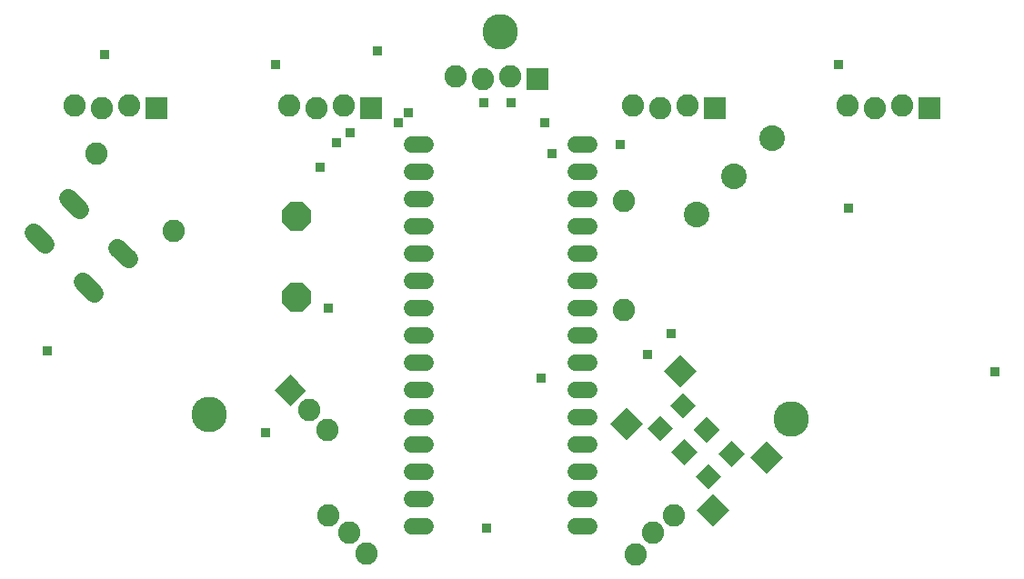
<source format=gbs>
G75*
%MOIN*%
%OFA0B0*%
%FSLAX25Y25*%
%IPPOS*%
%LPD*%
%AMOC8*
5,1,8,0,0,1.08239X$1,22.5*
%
%ADD10C,0.13005*%
%ADD11C,0.09400*%
%ADD12C,0.08200*%
%ADD13OC8,0.10800*%
%ADD14R,0.08200X0.08200*%
%ADD15C,0.05950*%
%ADD16C,0.06800*%
%ADD17R,0.08200X0.08200*%
%ADD18R,0.08477X0.08477*%
%ADD19R,0.06737X0.06737*%
%ADD20R,0.03778X0.03778*%
D10*
X0121438Y0098308D03*
X0334910Y0096808D03*
X0228209Y0238957D03*
D11*
X0313993Y0185789D03*
X0327912Y0199708D03*
X0300073Y0171870D03*
D12*
X0273623Y0176743D03*
X0286950Y0210898D03*
X0296950Y0211898D03*
X0276950Y0211898D03*
X0231989Y0222459D03*
X0221989Y0221459D03*
X0211989Y0222459D03*
X0170965Y0211898D03*
X0160965Y0210898D03*
X0150965Y0211898D03*
X0092225Y0211898D03*
X0082225Y0210898D03*
X0072225Y0211898D03*
X0080209Y0194044D03*
X0108493Y0165760D03*
X0158105Y0100050D03*
X0164988Y0092796D03*
X0165122Y0061585D03*
X0172900Y0055221D03*
X0179264Y0047443D03*
X0277813Y0047300D03*
X0284177Y0055079D03*
X0291955Y0061443D03*
X0273623Y0136743D03*
X0365690Y0210898D03*
X0355690Y0211898D03*
X0375690Y0211898D03*
D13*
X0153406Y0171080D03*
X0153406Y0141480D03*
D14*
X0180965Y0210898D03*
X0241989Y0221459D03*
X0306950Y0210898D03*
X0385690Y0210898D03*
X0102225Y0210898D03*
D15*
X0195792Y0197359D02*
X0200942Y0197359D01*
X0200942Y0187359D02*
X0195792Y0187359D01*
X0195792Y0177359D02*
X0200942Y0177359D01*
X0200942Y0167359D02*
X0195792Y0167359D01*
X0195792Y0157359D02*
X0200942Y0157359D01*
X0200942Y0147359D02*
X0195792Y0147359D01*
X0195792Y0137359D02*
X0200942Y0137359D01*
X0200942Y0127359D02*
X0195792Y0127359D01*
X0195792Y0117359D02*
X0200942Y0117359D01*
X0200942Y0107359D02*
X0195792Y0107359D01*
X0195792Y0097359D02*
X0200942Y0097359D01*
X0200942Y0087359D02*
X0195792Y0087359D01*
X0195792Y0077359D02*
X0200942Y0077359D01*
X0200942Y0067359D02*
X0195792Y0067359D01*
X0195792Y0057359D02*
X0200942Y0057359D01*
X0255792Y0057359D02*
X0260942Y0057359D01*
X0260942Y0067359D02*
X0255792Y0067359D01*
X0255792Y0077359D02*
X0260942Y0077359D01*
X0260942Y0087359D02*
X0255792Y0087359D01*
X0255792Y0097359D02*
X0260942Y0097359D01*
X0260942Y0107359D02*
X0255792Y0107359D01*
X0255792Y0117359D02*
X0260942Y0117359D01*
X0260942Y0127359D02*
X0255792Y0127359D01*
X0255792Y0137359D02*
X0260942Y0137359D01*
X0260942Y0147359D02*
X0255792Y0147359D01*
X0255792Y0157359D02*
X0260942Y0157359D01*
X0260942Y0167359D02*
X0255792Y0167359D01*
X0255792Y0177359D02*
X0260942Y0177359D01*
X0260942Y0187359D02*
X0255792Y0187359D01*
X0255792Y0197359D02*
X0260942Y0197359D01*
D16*
X0092132Y0155338D02*
X0087889Y0159581D01*
X0075303Y0146994D02*
X0079545Y0142752D01*
X0061443Y0160854D02*
X0057201Y0165096D01*
X0069787Y0177683D02*
X0074030Y0173440D01*
D17*
G36*
X0151070Y0101508D02*
X0145425Y0107455D01*
X0151372Y0113100D01*
X0157017Y0107153D01*
X0151070Y0101508D01*
G37*
D18*
G36*
X0280457Y0095259D02*
X0274464Y0089266D01*
X0268471Y0095259D01*
X0274464Y0101252D01*
X0280457Y0095259D01*
G37*
G36*
X0300256Y0114493D02*
X0294263Y0108500D01*
X0288270Y0114493D01*
X0294263Y0120486D01*
X0300256Y0114493D01*
G37*
G36*
X0331722Y0082885D02*
X0325729Y0076892D01*
X0319736Y0082885D01*
X0325729Y0088878D01*
X0331722Y0082885D01*
G37*
G36*
X0312277Y0063439D02*
X0306284Y0057446D01*
X0300291Y0063439D01*
X0306284Y0069432D01*
X0312277Y0063439D01*
G37*
D19*
G36*
X0309279Y0075814D02*
X0304516Y0071051D01*
X0299753Y0075814D01*
X0304516Y0080577D01*
X0309279Y0075814D01*
G37*
G36*
X0317764Y0084016D02*
X0313001Y0079253D01*
X0308238Y0084016D01*
X0313001Y0088779D01*
X0317764Y0084016D01*
G37*
G36*
X0308713Y0092926D02*
X0303950Y0088163D01*
X0299187Y0092926D01*
X0303950Y0097689D01*
X0308713Y0092926D01*
G37*
G36*
X0300440Y0084653D02*
X0295677Y0079890D01*
X0290914Y0084653D01*
X0295677Y0089416D01*
X0300440Y0084653D01*
G37*
G36*
X0291601Y0093491D02*
X0286838Y0088728D01*
X0282075Y0093491D01*
X0286838Y0098254D01*
X0291601Y0093491D01*
G37*
G36*
X0299945Y0101694D02*
X0295182Y0096931D01*
X0290419Y0101694D01*
X0295182Y0106457D01*
X0299945Y0101694D01*
G37*
D20*
X0142048Y0091733D03*
X0165172Y0137359D03*
X0153659Y0141733D03*
X0162048Y0189233D03*
X0168298Y0198227D03*
X0173298Y0201733D03*
X0190798Y0205483D03*
X0194548Y0209233D03*
X0222048Y0212739D03*
X0232048Y0212739D03*
X0244548Y0205483D03*
X0247048Y0194233D03*
X0272048Y0197359D03*
X0352048Y0226733D03*
X0355798Y0174233D03*
X0290798Y0127983D03*
X0282048Y0120483D03*
X0243298Y0111733D03*
X0223298Y0056733D03*
X0062048Y0121733D03*
X0145798Y0226733D03*
X0183298Y0231733D03*
X0083298Y0230483D03*
X0409548Y0114233D03*
M02*

</source>
